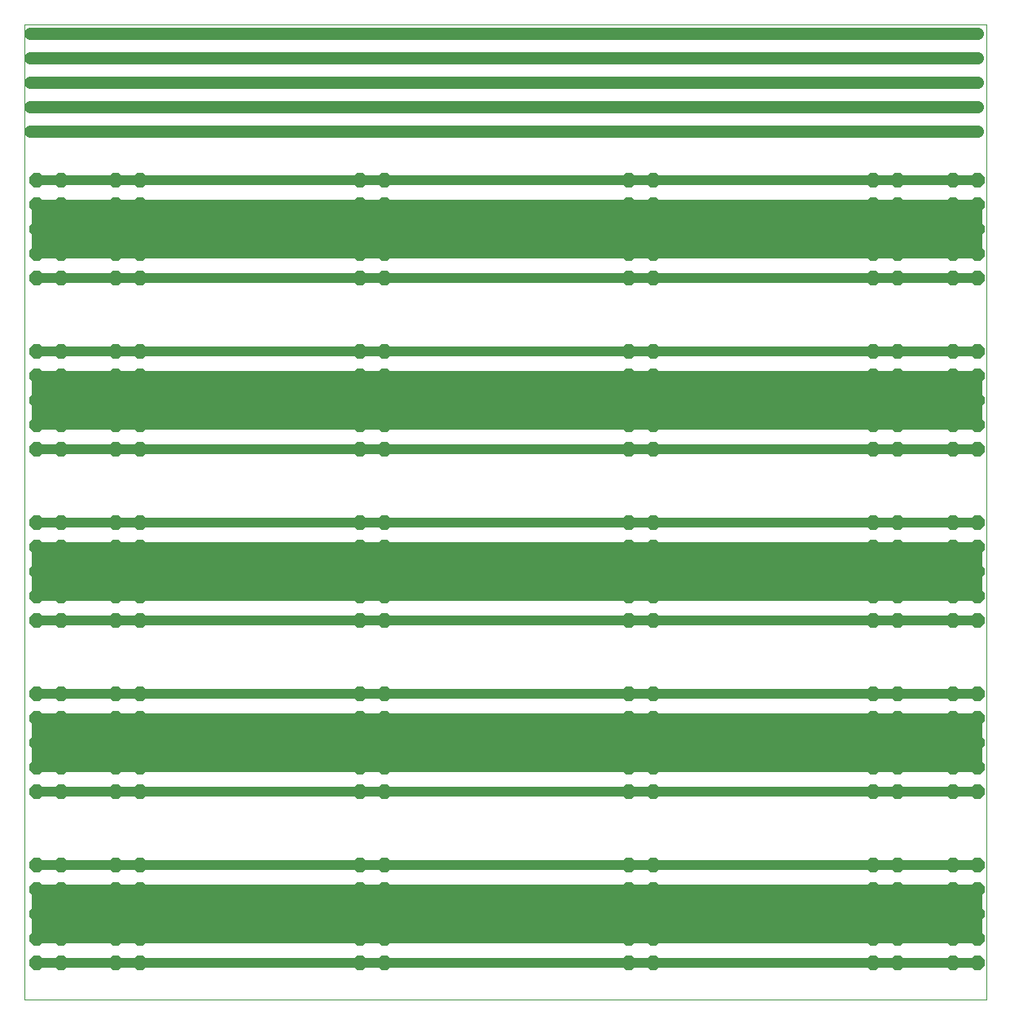
<source format=gtl>
G75*
%MOIN*%
%OFA0B0*%
%FSLAX24Y24*%
%IPPOS*%
%LPD*%
%AMOC8*
5,1,8,0,0,1.08239X$1,22.5*
%
%ADD10C,0.0000*%
%ADD11R,3.8500X0.2000*%
%ADD12OC8,0.0600*%
%ADD13C,0.0400*%
%ADD14C,0.0500*%
D10*
X001680Y004930D02*
X001680Y044800D01*
X041050Y044800D01*
X041050Y004930D01*
X001680Y004930D01*
X010145Y008430D02*
X010147Y008485D01*
X010153Y008540D01*
X010163Y008595D01*
X010176Y008649D01*
X010193Y008701D01*
X010214Y008753D01*
X010239Y008802D01*
X010267Y008850D01*
X010298Y008896D01*
X010333Y008939D01*
X010370Y008980D01*
X010410Y009018D01*
X010453Y009053D01*
X010498Y009086D01*
X010546Y009114D01*
X010595Y009140D01*
X010646Y009162D01*
X010698Y009180D01*
X010751Y009194D01*
X010806Y009205D01*
X010861Y009212D01*
X010916Y009215D01*
X010972Y009214D01*
X011027Y009209D01*
X011081Y009200D01*
X011135Y009188D01*
X011188Y009171D01*
X011240Y009151D01*
X011290Y009128D01*
X011338Y009100D01*
X011385Y009070D01*
X011429Y009036D01*
X011470Y009000D01*
X011509Y008960D01*
X011545Y008918D01*
X011578Y008873D01*
X011608Y008826D01*
X011634Y008778D01*
X011657Y008727D01*
X011676Y008675D01*
X011691Y008622D01*
X011703Y008568D01*
X011711Y008513D01*
X011715Y008458D01*
X011715Y008402D01*
X011711Y008347D01*
X011703Y008292D01*
X011691Y008238D01*
X011676Y008185D01*
X011657Y008133D01*
X011634Y008082D01*
X011608Y008034D01*
X011578Y007987D01*
X011545Y007942D01*
X011509Y007900D01*
X011470Y007860D01*
X011429Y007824D01*
X011385Y007790D01*
X011338Y007760D01*
X011290Y007732D01*
X011240Y007709D01*
X011188Y007689D01*
X011135Y007672D01*
X011081Y007660D01*
X011027Y007651D01*
X010972Y007646D01*
X010916Y007645D01*
X010861Y007648D01*
X010806Y007655D01*
X010751Y007666D01*
X010698Y007680D01*
X010646Y007698D01*
X010595Y007720D01*
X010546Y007746D01*
X010498Y007774D01*
X010453Y007807D01*
X010410Y007842D01*
X010370Y007880D01*
X010333Y007921D01*
X010298Y007964D01*
X010267Y008010D01*
X010239Y008058D01*
X010214Y008107D01*
X010193Y008159D01*
X010176Y008211D01*
X010163Y008265D01*
X010153Y008320D01*
X010147Y008375D01*
X010145Y008430D01*
X010145Y015430D02*
X010147Y015485D01*
X010153Y015540D01*
X010163Y015595D01*
X010176Y015649D01*
X010193Y015701D01*
X010214Y015753D01*
X010239Y015802D01*
X010267Y015850D01*
X010298Y015896D01*
X010333Y015939D01*
X010370Y015980D01*
X010410Y016018D01*
X010453Y016053D01*
X010498Y016086D01*
X010546Y016114D01*
X010595Y016140D01*
X010646Y016162D01*
X010698Y016180D01*
X010751Y016194D01*
X010806Y016205D01*
X010861Y016212D01*
X010916Y016215D01*
X010972Y016214D01*
X011027Y016209D01*
X011081Y016200D01*
X011135Y016188D01*
X011188Y016171D01*
X011240Y016151D01*
X011290Y016128D01*
X011338Y016100D01*
X011385Y016070D01*
X011429Y016036D01*
X011470Y016000D01*
X011509Y015960D01*
X011545Y015918D01*
X011578Y015873D01*
X011608Y015826D01*
X011634Y015778D01*
X011657Y015727D01*
X011676Y015675D01*
X011691Y015622D01*
X011703Y015568D01*
X011711Y015513D01*
X011715Y015458D01*
X011715Y015402D01*
X011711Y015347D01*
X011703Y015292D01*
X011691Y015238D01*
X011676Y015185D01*
X011657Y015133D01*
X011634Y015082D01*
X011608Y015034D01*
X011578Y014987D01*
X011545Y014942D01*
X011509Y014900D01*
X011470Y014860D01*
X011429Y014824D01*
X011385Y014790D01*
X011338Y014760D01*
X011290Y014732D01*
X011240Y014709D01*
X011188Y014689D01*
X011135Y014672D01*
X011081Y014660D01*
X011027Y014651D01*
X010972Y014646D01*
X010916Y014645D01*
X010861Y014648D01*
X010806Y014655D01*
X010751Y014666D01*
X010698Y014680D01*
X010646Y014698D01*
X010595Y014720D01*
X010546Y014746D01*
X010498Y014774D01*
X010453Y014807D01*
X010410Y014842D01*
X010370Y014880D01*
X010333Y014921D01*
X010298Y014964D01*
X010267Y015010D01*
X010239Y015058D01*
X010214Y015107D01*
X010193Y015159D01*
X010176Y015211D01*
X010163Y015265D01*
X010153Y015320D01*
X010147Y015375D01*
X010145Y015430D01*
X010145Y022430D02*
X010147Y022485D01*
X010153Y022540D01*
X010163Y022595D01*
X010176Y022649D01*
X010193Y022701D01*
X010214Y022753D01*
X010239Y022802D01*
X010267Y022850D01*
X010298Y022896D01*
X010333Y022939D01*
X010370Y022980D01*
X010410Y023018D01*
X010453Y023053D01*
X010498Y023086D01*
X010546Y023114D01*
X010595Y023140D01*
X010646Y023162D01*
X010698Y023180D01*
X010751Y023194D01*
X010806Y023205D01*
X010861Y023212D01*
X010916Y023215D01*
X010972Y023214D01*
X011027Y023209D01*
X011081Y023200D01*
X011135Y023188D01*
X011188Y023171D01*
X011240Y023151D01*
X011290Y023128D01*
X011338Y023100D01*
X011385Y023070D01*
X011429Y023036D01*
X011470Y023000D01*
X011509Y022960D01*
X011545Y022918D01*
X011578Y022873D01*
X011608Y022826D01*
X011634Y022778D01*
X011657Y022727D01*
X011676Y022675D01*
X011691Y022622D01*
X011703Y022568D01*
X011711Y022513D01*
X011715Y022458D01*
X011715Y022402D01*
X011711Y022347D01*
X011703Y022292D01*
X011691Y022238D01*
X011676Y022185D01*
X011657Y022133D01*
X011634Y022082D01*
X011608Y022034D01*
X011578Y021987D01*
X011545Y021942D01*
X011509Y021900D01*
X011470Y021860D01*
X011429Y021824D01*
X011385Y021790D01*
X011338Y021760D01*
X011290Y021732D01*
X011240Y021709D01*
X011188Y021689D01*
X011135Y021672D01*
X011081Y021660D01*
X011027Y021651D01*
X010972Y021646D01*
X010916Y021645D01*
X010861Y021648D01*
X010806Y021655D01*
X010751Y021666D01*
X010698Y021680D01*
X010646Y021698D01*
X010595Y021720D01*
X010546Y021746D01*
X010498Y021774D01*
X010453Y021807D01*
X010410Y021842D01*
X010370Y021880D01*
X010333Y021921D01*
X010298Y021964D01*
X010267Y022010D01*
X010239Y022058D01*
X010214Y022107D01*
X010193Y022159D01*
X010176Y022211D01*
X010163Y022265D01*
X010153Y022320D01*
X010147Y022375D01*
X010145Y022430D01*
X010145Y029430D02*
X010147Y029485D01*
X010153Y029540D01*
X010163Y029595D01*
X010176Y029649D01*
X010193Y029701D01*
X010214Y029753D01*
X010239Y029802D01*
X010267Y029850D01*
X010298Y029896D01*
X010333Y029939D01*
X010370Y029980D01*
X010410Y030018D01*
X010453Y030053D01*
X010498Y030086D01*
X010546Y030114D01*
X010595Y030140D01*
X010646Y030162D01*
X010698Y030180D01*
X010751Y030194D01*
X010806Y030205D01*
X010861Y030212D01*
X010916Y030215D01*
X010972Y030214D01*
X011027Y030209D01*
X011081Y030200D01*
X011135Y030188D01*
X011188Y030171D01*
X011240Y030151D01*
X011290Y030128D01*
X011338Y030100D01*
X011385Y030070D01*
X011429Y030036D01*
X011470Y030000D01*
X011509Y029960D01*
X011545Y029918D01*
X011578Y029873D01*
X011608Y029826D01*
X011634Y029778D01*
X011657Y029727D01*
X011676Y029675D01*
X011691Y029622D01*
X011703Y029568D01*
X011711Y029513D01*
X011715Y029458D01*
X011715Y029402D01*
X011711Y029347D01*
X011703Y029292D01*
X011691Y029238D01*
X011676Y029185D01*
X011657Y029133D01*
X011634Y029082D01*
X011608Y029034D01*
X011578Y028987D01*
X011545Y028942D01*
X011509Y028900D01*
X011470Y028860D01*
X011429Y028824D01*
X011385Y028790D01*
X011338Y028760D01*
X011290Y028732D01*
X011240Y028709D01*
X011188Y028689D01*
X011135Y028672D01*
X011081Y028660D01*
X011027Y028651D01*
X010972Y028646D01*
X010916Y028645D01*
X010861Y028648D01*
X010806Y028655D01*
X010751Y028666D01*
X010698Y028680D01*
X010646Y028698D01*
X010595Y028720D01*
X010546Y028746D01*
X010498Y028774D01*
X010453Y028807D01*
X010410Y028842D01*
X010370Y028880D01*
X010333Y028921D01*
X010298Y028964D01*
X010267Y029010D01*
X010239Y029058D01*
X010214Y029107D01*
X010193Y029159D01*
X010176Y029211D01*
X010163Y029265D01*
X010153Y029320D01*
X010147Y029375D01*
X010145Y029430D01*
X010145Y036430D02*
X010147Y036485D01*
X010153Y036540D01*
X010163Y036595D01*
X010176Y036649D01*
X010193Y036701D01*
X010214Y036753D01*
X010239Y036802D01*
X010267Y036850D01*
X010298Y036896D01*
X010333Y036939D01*
X010370Y036980D01*
X010410Y037018D01*
X010453Y037053D01*
X010498Y037086D01*
X010546Y037114D01*
X010595Y037140D01*
X010646Y037162D01*
X010698Y037180D01*
X010751Y037194D01*
X010806Y037205D01*
X010861Y037212D01*
X010916Y037215D01*
X010972Y037214D01*
X011027Y037209D01*
X011081Y037200D01*
X011135Y037188D01*
X011188Y037171D01*
X011240Y037151D01*
X011290Y037128D01*
X011338Y037100D01*
X011385Y037070D01*
X011429Y037036D01*
X011470Y037000D01*
X011509Y036960D01*
X011545Y036918D01*
X011578Y036873D01*
X011608Y036826D01*
X011634Y036778D01*
X011657Y036727D01*
X011676Y036675D01*
X011691Y036622D01*
X011703Y036568D01*
X011711Y036513D01*
X011715Y036458D01*
X011715Y036402D01*
X011711Y036347D01*
X011703Y036292D01*
X011691Y036238D01*
X011676Y036185D01*
X011657Y036133D01*
X011634Y036082D01*
X011608Y036034D01*
X011578Y035987D01*
X011545Y035942D01*
X011509Y035900D01*
X011470Y035860D01*
X011429Y035824D01*
X011385Y035790D01*
X011338Y035760D01*
X011290Y035732D01*
X011240Y035709D01*
X011188Y035689D01*
X011135Y035672D01*
X011081Y035660D01*
X011027Y035651D01*
X010972Y035646D01*
X010916Y035645D01*
X010861Y035648D01*
X010806Y035655D01*
X010751Y035666D01*
X010698Y035680D01*
X010646Y035698D01*
X010595Y035720D01*
X010546Y035746D01*
X010498Y035774D01*
X010453Y035807D01*
X010410Y035842D01*
X010370Y035880D01*
X010333Y035921D01*
X010298Y035964D01*
X010267Y036010D01*
X010239Y036058D01*
X010214Y036107D01*
X010193Y036159D01*
X010176Y036211D01*
X010163Y036265D01*
X010153Y036320D01*
X010147Y036375D01*
X010145Y036430D01*
X020645Y036430D02*
X020647Y036485D01*
X020653Y036540D01*
X020663Y036595D01*
X020676Y036649D01*
X020693Y036701D01*
X020714Y036753D01*
X020739Y036802D01*
X020767Y036850D01*
X020798Y036896D01*
X020833Y036939D01*
X020870Y036980D01*
X020910Y037018D01*
X020953Y037053D01*
X020998Y037086D01*
X021046Y037114D01*
X021095Y037140D01*
X021146Y037162D01*
X021198Y037180D01*
X021251Y037194D01*
X021306Y037205D01*
X021361Y037212D01*
X021416Y037215D01*
X021472Y037214D01*
X021527Y037209D01*
X021581Y037200D01*
X021635Y037188D01*
X021688Y037171D01*
X021740Y037151D01*
X021790Y037128D01*
X021838Y037100D01*
X021885Y037070D01*
X021929Y037036D01*
X021970Y037000D01*
X022009Y036960D01*
X022045Y036918D01*
X022078Y036873D01*
X022108Y036826D01*
X022134Y036778D01*
X022157Y036727D01*
X022176Y036675D01*
X022191Y036622D01*
X022203Y036568D01*
X022211Y036513D01*
X022215Y036458D01*
X022215Y036402D01*
X022211Y036347D01*
X022203Y036292D01*
X022191Y036238D01*
X022176Y036185D01*
X022157Y036133D01*
X022134Y036082D01*
X022108Y036034D01*
X022078Y035987D01*
X022045Y035942D01*
X022009Y035900D01*
X021970Y035860D01*
X021929Y035824D01*
X021885Y035790D01*
X021838Y035760D01*
X021790Y035732D01*
X021740Y035709D01*
X021688Y035689D01*
X021635Y035672D01*
X021581Y035660D01*
X021527Y035651D01*
X021472Y035646D01*
X021416Y035645D01*
X021361Y035648D01*
X021306Y035655D01*
X021251Y035666D01*
X021198Y035680D01*
X021146Y035698D01*
X021095Y035720D01*
X021046Y035746D01*
X020998Y035774D01*
X020953Y035807D01*
X020910Y035842D01*
X020870Y035880D01*
X020833Y035921D01*
X020798Y035964D01*
X020767Y036010D01*
X020739Y036058D01*
X020714Y036107D01*
X020693Y036159D01*
X020676Y036211D01*
X020663Y036265D01*
X020653Y036320D01*
X020647Y036375D01*
X020645Y036430D01*
X020645Y029430D02*
X020647Y029485D01*
X020653Y029540D01*
X020663Y029595D01*
X020676Y029649D01*
X020693Y029701D01*
X020714Y029753D01*
X020739Y029802D01*
X020767Y029850D01*
X020798Y029896D01*
X020833Y029939D01*
X020870Y029980D01*
X020910Y030018D01*
X020953Y030053D01*
X020998Y030086D01*
X021046Y030114D01*
X021095Y030140D01*
X021146Y030162D01*
X021198Y030180D01*
X021251Y030194D01*
X021306Y030205D01*
X021361Y030212D01*
X021416Y030215D01*
X021472Y030214D01*
X021527Y030209D01*
X021581Y030200D01*
X021635Y030188D01*
X021688Y030171D01*
X021740Y030151D01*
X021790Y030128D01*
X021838Y030100D01*
X021885Y030070D01*
X021929Y030036D01*
X021970Y030000D01*
X022009Y029960D01*
X022045Y029918D01*
X022078Y029873D01*
X022108Y029826D01*
X022134Y029778D01*
X022157Y029727D01*
X022176Y029675D01*
X022191Y029622D01*
X022203Y029568D01*
X022211Y029513D01*
X022215Y029458D01*
X022215Y029402D01*
X022211Y029347D01*
X022203Y029292D01*
X022191Y029238D01*
X022176Y029185D01*
X022157Y029133D01*
X022134Y029082D01*
X022108Y029034D01*
X022078Y028987D01*
X022045Y028942D01*
X022009Y028900D01*
X021970Y028860D01*
X021929Y028824D01*
X021885Y028790D01*
X021838Y028760D01*
X021790Y028732D01*
X021740Y028709D01*
X021688Y028689D01*
X021635Y028672D01*
X021581Y028660D01*
X021527Y028651D01*
X021472Y028646D01*
X021416Y028645D01*
X021361Y028648D01*
X021306Y028655D01*
X021251Y028666D01*
X021198Y028680D01*
X021146Y028698D01*
X021095Y028720D01*
X021046Y028746D01*
X020998Y028774D01*
X020953Y028807D01*
X020910Y028842D01*
X020870Y028880D01*
X020833Y028921D01*
X020798Y028964D01*
X020767Y029010D01*
X020739Y029058D01*
X020714Y029107D01*
X020693Y029159D01*
X020676Y029211D01*
X020663Y029265D01*
X020653Y029320D01*
X020647Y029375D01*
X020645Y029430D01*
X020645Y022430D02*
X020647Y022485D01*
X020653Y022540D01*
X020663Y022595D01*
X020676Y022649D01*
X020693Y022701D01*
X020714Y022753D01*
X020739Y022802D01*
X020767Y022850D01*
X020798Y022896D01*
X020833Y022939D01*
X020870Y022980D01*
X020910Y023018D01*
X020953Y023053D01*
X020998Y023086D01*
X021046Y023114D01*
X021095Y023140D01*
X021146Y023162D01*
X021198Y023180D01*
X021251Y023194D01*
X021306Y023205D01*
X021361Y023212D01*
X021416Y023215D01*
X021472Y023214D01*
X021527Y023209D01*
X021581Y023200D01*
X021635Y023188D01*
X021688Y023171D01*
X021740Y023151D01*
X021790Y023128D01*
X021838Y023100D01*
X021885Y023070D01*
X021929Y023036D01*
X021970Y023000D01*
X022009Y022960D01*
X022045Y022918D01*
X022078Y022873D01*
X022108Y022826D01*
X022134Y022778D01*
X022157Y022727D01*
X022176Y022675D01*
X022191Y022622D01*
X022203Y022568D01*
X022211Y022513D01*
X022215Y022458D01*
X022215Y022402D01*
X022211Y022347D01*
X022203Y022292D01*
X022191Y022238D01*
X022176Y022185D01*
X022157Y022133D01*
X022134Y022082D01*
X022108Y022034D01*
X022078Y021987D01*
X022045Y021942D01*
X022009Y021900D01*
X021970Y021860D01*
X021929Y021824D01*
X021885Y021790D01*
X021838Y021760D01*
X021790Y021732D01*
X021740Y021709D01*
X021688Y021689D01*
X021635Y021672D01*
X021581Y021660D01*
X021527Y021651D01*
X021472Y021646D01*
X021416Y021645D01*
X021361Y021648D01*
X021306Y021655D01*
X021251Y021666D01*
X021198Y021680D01*
X021146Y021698D01*
X021095Y021720D01*
X021046Y021746D01*
X020998Y021774D01*
X020953Y021807D01*
X020910Y021842D01*
X020870Y021880D01*
X020833Y021921D01*
X020798Y021964D01*
X020767Y022010D01*
X020739Y022058D01*
X020714Y022107D01*
X020693Y022159D01*
X020676Y022211D01*
X020663Y022265D01*
X020653Y022320D01*
X020647Y022375D01*
X020645Y022430D01*
X020645Y015430D02*
X020647Y015485D01*
X020653Y015540D01*
X020663Y015595D01*
X020676Y015649D01*
X020693Y015701D01*
X020714Y015753D01*
X020739Y015802D01*
X020767Y015850D01*
X020798Y015896D01*
X020833Y015939D01*
X020870Y015980D01*
X020910Y016018D01*
X020953Y016053D01*
X020998Y016086D01*
X021046Y016114D01*
X021095Y016140D01*
X021146Y016162D01*
X021198Y016180D01*
X021251Y016194D01*
X021306Y016205D01*
X021361Y016212D01*
X021416Y016215D01*
X021472Y016214D01*
X021527Y016209D01*
X021581Y016200D01*
X021635Y016188D01*
X021688Y016171D01*
X021740Y016151D01*
X021790Y016128D01*
X021838Y016100D01*
X021885Y016070D01*
X021929Y016036D01*
X021970Y016000D01*
X022009Y015960D01*
X022045Y015918D01*
X022078Y015873D01*
X022108Y015826D01*
X022134Y015778D01*
X022157Y015727D01*
X022176Y015675D01*
X022191Y015622D01*
X022203Y015568D01*
X022211Y015513D01*
X022215Y015458D01*
X022215Y015402D01*
X022211Y015347D01*
X022203Y015292D01*
X022191Y015238D01*
X022176Y015185D01*
X022157Y015133D01*
X022134Y015082D01*
X022108Y015034D01*
X022078Y014987D01*
X022045Y014942D01*
X022009Y014900D01*
X021970Y014860D01*
X021929Y014824D01*
X021885Y014790D01*
X021838Y014760D01*
X021790Y014732D01*
X021740Y014709D01*
X021688Y014689D01*
X021635Y014672D01*
X021581Y014660D01*
X021527Y014651D01*
X021472Y014646D01*
X021416Y014645D01*
X021361Y014648D01*
X021306Y014655D01*
X021251Y014666D01*
X021198Y014680D01*
X021146Y014698D01*
X021095Y014720D01*
X021046Y014746D01*
X020998Y014774D01*
X020953Y014807D01*
X020910Y014842D01*
X020870Y014880D01*
X020833Y014921D01*
X020798Y014964D01*
X020767Y015010D01*
X020739Y015058D01*
X020714Y015107D01*
X020693Y015159D01*
X020676Y015211D01*
X020663Y015265D01*
X020653Y015320D01*
X020647Y015375D01*
X020645Y015430D01*
X020645Y008430D02*
X020647Y008485D01*
X020653Y008540D01*
X020663Y008595D01*
X020676Y008649D01*
X020693Y008701D01*
X020714Y008753D01*
X020739Y008802D01*
X020767Y008850D01*
X020798Y008896D01*
X020833Y008939D01*
X020870Y008980D01*
X020910Y009018D01*
X020953Y009053D01*
X020998Y009086D01*
X021046Y009114D01*
X021095Y009140D01*
X021146Y009162D01*
X021198Y009180D01*
X021251Y009194D01*
X021306Y009205D01*
X021361Y009212D01*
X021416Y009215D01*
X021472Y009214D01*
X021527Y009209D01*
X021581Y009200D01*
X021635Y009188D01*
X021688Y009171D01*
X021740Y009151D01*
X021790Y009128D01*
X021838Y009100D01*
X021885Y009070D01*
X021929Y009036D01*
X021970Y009000D01*
X022009Y008960D01*
X022045Y008918D01*
X022078Y008873D01*
X022108Y008826D01*
X022134Y008778D01*
X022157Y008727D01*
X022176Y008675D01*
X022191Y008622D01*
X022203Y008568D01*
X022211Y008513D01*
X022215Y008458D01*
X022215Y008402D01*
X022211Y008347D01*
X022203Y008292D01*
X022191Y008238D01*
X022176Y008185D01*
X022157Y008133D01*
X022134Y008082D01*
X022108Y008034D01*
X022078Y007987D01*
X022045Y007942D01*
X022009Y007900D01*
X021970Y007860D01*
X021929Y007824D01*
X021885Y007790D01*
X021838Y007760D01*
X021790Y007732D01*
X021740Y007709D01*
X021688Y007689D01*
X021635Y007672D01*
X021581Y007660D01*
X021527Y007651D01*
X021472Y007646D01*
X021416Y007645D01*
X021361Y007648D01*
X021306Y007655D01*
X021251Y007666D01*
X021198Y007680D01*
X021146Y007698D01*
X021095Y007720D01*
X021046Y007746D01*
X020998Y007774D01*
X020953Y007807D01*
X020910Y007842D01*
X020870Y007880D01*
X020833Y007921D01*
X020798Y007964D01*
X020767Y008010D01*
X020739Y008058D01*
X020714Y008107D01*
X020693Y008159D01*
X020676Y008211D01*
X020663Y008265D01*
X020653Y008320D01*
X020647Y008375D01*
X020645Y008430D01*
X031145Y008430D02*
X031147Y008485D01*
X031153Y008540D01*
X031163Y008595D01*
X031176Y008649D01*
X031193Y008701D01*
X031214Y008753D01*
X031239Y008802D01*
X031267Y008850D01*
X031298Y008896D01*
X031333Y008939D01*
X031370Y008980D01*
X031410Y009018D01*
X031453Y009053D01*
X031498Y009086D01*
X031546Y009114D01*
X031595Y009140D01*
X031646Y009162D01*
X031698Y009180D01*
X031751Y009194D01*
X031806Y009205D01*
X031861Y009212D01*
X031916Y009215D01*
X031972Y009214D01*
X032027Y009209D01*
X032081Y009200D01*
X032135Y009188D01*
X032188Y009171D01*
X032240Y009151D01*
X032290Y009128D01*
X032338Y009100D01*
X032385Y009070D01*
X032429Y009036D01*
X032470Y009000D01*
X032509Y008960D01*
X032545Y008918D01*
X032578Y008873D01*
X032608Y008826D01*
X032634Y008778D01*
X032657Y008727D01*
X032676Y008675D01*
X032691Y008622D01*
X032703Y008568D01*
X032711Y008513D01*
X032715Y008458D01*
X032715Y008402D01*
X032711Y008347D01*
X032703Y008292D01*
X032691Y008238D01*
X032676Y008185D01*
X032657Y008133D01*
X032634Y008082D01*
X032608Y008034D01*
X032578Y007987D01*
X032545Y007942D01*
X032509Y007900D01*
X032470Y007860D01*
X032429Y007824D01*
X032385Y007790D01*
X032338Y007760D01*
X032290Y007732D01*
X032240Y007709D01*
X032188Y007689D01*
X032135Y007672D01*
X032081Y007660D01*
X032027Y007651D01*
X031972Y007646D01*
X031916Y007645D01*
X031861Y007648D01*
X031806Y007655D01*
X031751Y007666D01*
X031698Y007680D01*
X031646Y007698D01*
X031595Y007720D01*
X031546Y007746D01*
X031498Y007774D01*
X031453Y007807D01*
X031410Y007842D01*
X031370Y007880D01*
X031333Y007921D01*
X031298Y007964D01*
X031267Y008010D01*
X031239Y008058D01*
X031214Y008107D01*
X031193Y008159D01*
X031176Y008211D01*
X031163Y008265D01*
X031153Y008320D01*
X031147Y008375D01*
X031145Y008430D01*
X031145Y015430D02*
X031147Y015485D01*
X031153Y015540D01*
X031163Y015595D01*
X031176Y015649D01*
X031193Y015701D01*
X031214Y015753D01*
X031239Y015802D01*
X031267Y015850D01*
X031298Y015896D01*
X031333Y015939D01*
X031370Y015980D01*
X031410Y016018D01*
X031453Y016053D01*
X031498Y016086D01*
X031546Y016114D01*
X031595Y016140D01*
X031646Y016162D01*
X031698Y016180D01*
X031751Y016194D01*
X031806Y016205D01*
X031861Y016212D01*
X031916Y016215D01*
X031972Y016214D01*
X032027Y016209D01*
X032081Y016200D01*
X032135Y016188D01*
X032188Y016171D01*
X032240Y016151D01*
X032290Y016128D01*
X032338Y016100D01*
X032385Y016070D01*
X032429Y016036D01*
X032470Y016000D01*
X032509Y015960D01*
X032545Y015918D01*
X032578Y015873D01*
X032608Y015826D01*
X032634Y015778D01*
X032657Y015727D01*
X032676Y015675D01*
X032691Y015622D01*
X032703Y015568D01*
X032711Y015513D01*
X032715Y015458D01*
X032715Y015402D01*
X032711Y015347D01*
X032703Y015292D01*
X032691Y015238D01*
X032676Y015185D01*
X032657Y015133D01*
X032634Y015082D01*
X032608Y015034D01*
X032578Y014987D01*
X032545Y014942D01*
X032509Y014900D01*
X032470Y014860D01*
X032429Y014824D01*
X032385Y014790D01*
X032338Y014760D01*
X032290Y014732D01*
X032240Y014709D01*
X032188Y014689D01*
X032135Y014672D01*
X032081Y014660D01*
X032027Y014651D01*
X031972Y014646D01*
X031916Y014645D01*
X031861Y014648D01*
X031806Y014655D01*
X031751Y014666D01*
X031698Y014680D01*
X031646Y014698D01*
X031595Y014720D01*
X031546Y014746D01*
X031498Y014774D01*
X031453Y014807D01*
X031410Y014842D01*
X031370Y014880D01*
X031333Y014921D01*
X031298Y014964D01*
X031267Y015010D01*
X031239Y015058D01*
X031214Y015107D01*
X031193Y015159D01*
X031176Y015211D01*
X031163Y015265D01*
X031153Y015320D01*
X031147Y015375D01*
X031145Y015430D01*
X031145Y022430D02*
X031147Y022485D01*
X031153Y022540D01*
X031163Y022595D01*
X031176Y022649D01*
X031193Y022701D01*
X031214Y022753D01*
X031239Y022802D01*
X031267Y022850D01*
X031298Y022896D01*
X031333Y022939D01*
X031370Y022980D01*
X031410Y023018D01*
X031453Y023053D01*
X031498Y023086D01*
X031546Y023114D01*
X031595Y023140D01*
X031646Y023162D01*
X031698Y023180D01*
X031751Y023194D01*
X031806Y023205D01*
X031861Y023212D01*
X031916Y023215D01*
X031972Y023214D01*
X032027Y023209D01*
X032081Y023200D01*
X032135Y023188D01*
X032188Y023171D01*
X032240Y023151D01*
X032290Y023128D01*
X032338Y023100D01*
X032385Y023070D01*
X032429Y023036D01*
X032470Y023000D01*
X032509Y022960D01*
X032545Y022918D01*
X032578Y022873D01*
X032608Y022826D01*
X032634Y022778D01*
X032657Y022727D01*
X032676Y022675D01*
X032691Y022622D01*
X032703Y022568D01*
X032711Y022513D01*
X032715Y022458D01*
X032715Y022402D01*
X032711Y022347D01*
X032703Y022292D01*
X032691Y022238D01*
X032676Y022185D01*
X032657Y022133D01*
X032634Y022082D01*
X032608Y022034D01*
X032578Y021987D01*
X032545Y021942D01*
X032509Y021900D01*
X032470Y021860D01*
X032429Y021824D01*
X032385Y021790D01*
X032338Y021760D01*
X032290Y021732D01*
X032240Y021709D01*
X032188Y021689D01*
X032135Y021672D01*
X032081Y021660D01*
X032027Y021651D01*
X031972Y021646D01*
X031916Y021645D01*
X031861Y021648D01*
X031806Y021655D01*
X031751Y021666D01*
X031698Y021680D01*
X031646Y021698D01*
X031595Y021720D01*
X031546Y021746D01*
X031498Y021774D01*
X031453Y021807D01*
X031410Y021842D01*
X031370Y021880D01*
X031333Y021921D01*
X031298Y021964D01*
X031267Y022010D01*
X031239Y022058D01*
X031214Y022107D01*
X031193Y022159D01*
X031176Y022211D01*
X031163Y022265D01*
X031153Y022320D01*
X031147Y022375D01*
X031145Y022430D01*
X031145Y029430D02*
X031147Y029485D01*
X031153Y029540D01*
X031163Y029595D01*
X031176Y029649D01*
X031193Y029701D01*
X031214Y029753D01*
X031239Y029802D01*
X031267Y029850D01*
X031298Y029896D01*
X031333Y029939D01*
X031370Y029980D01*
X031410Y030018D01*
X031453Y030053D01*
X031498Y030086D01*
X031546Y030114D01*
X031595Y030140D01*
X031646Y030162D01*
X031698Y030180D01*
X031751Y030194D01*
X031806Y030205D01*
X031861Y030212D01*
X031916Y030215D01*
X031972Y030214D01*
X032027Y030209D01*
X032081Y030200D01*
X032135Y030188D01*
X032188Y030171D01*
X032240Y030151D01*
X032290Y030128D01*
X032338Y030100D01*
X032385Y030070D01*
X032429Y030036D01*
X032470Y030000D01*
X032509Y029960D01*
X032545Y029918D01*
X032578Y029873D01*
X032608Y029826D01*
X032634Y029778D01*
X032657Y029727D01*
X032676Y029675D01*
X032691Y029622D01*
X032703Y029568D01*
X032711Y029513D01*
X032715Y029458D01*
X032715Y029402D01*
X032711Y029347D01*
X032703Y029292D01*
X032691Y029238D01*
X032676Y029185D01*
X032657Y029133D01*
X032634Y029082D01*
X032608Y029034D01*
X032578Y028987D01*
X032545Y028942D01*
X032509Y028900D01*
X032470Y028860D01*
X032429Y028824D01*
X032385Y028790D01*
X032338Y028760D01*
X032290Y028732D01*
X032240Y028709D01*
X032188Y028689D01*
X032135Y028672D01*
X032081Y028660D01*
X032027Y028651D01*
X031972Y028646D01*
X031916Y028645D01*
X031861Y028648D01*
X031806Y028655D01*
X031751Y028666D01*
X031698Y028680D01*
X031646Y028698D01*
X031595Y028720D01*
X031546Y028746D01*
X031498Y028774D01*
X031453Y028807D01*
X031410Y028842D01*
X031370Y028880D01*
X031333Y028921D01*
X031298Y028964D01*
X031267Y029010D01*
X031239Y029058D01*
X031214Y029107D01*
X031193Y029159D01*
X031176Y029211D01*
X031163Y029265D01*
X031153Y029320D01*
X031147Y029375D01*
X031145Y029430D01*
X031145Y036430D02*
X031147Y036485D01*
X031153Y036540D01*
X031163Y036595D01*
X031176Y036649D01*
X031193Y036701D01*
X031214Y036753D01*
X031239Y036802D01*
X031267Y036850D01*
X031298Y036896D01*
X031333Y036939D01*
X031370Y036980D01*
X031410Y037018D01*
X031453Y037053D01*
X031498Y037086D01*
X031546Y037114D01*
X031595Y037140D01*
X031646Y037162D01*
X031698Y037180D01*
X031751Y037194D01*
X031806Y037205D01*
X031861Y037212D01*
X031916Y037215D01*
X031972Y037214D01*
X032027Y037209D01*
X032081Y037200D01*
X032135Y037188D01*
X032188Y037171D01*
X032240Y037151D01*
X032290Y037128D01*
X032338Y037100D01*
X032385Y037070D01*
X032429Y037036D01*
X032470Y037000D01*
X032509Y036960D01*
X032545Y036918D01*
X032578Y036873D01*
X032608Y036826D01*
X032634Y036778D01*
X032657Y036727D01*
X032676Y036675D01*
X032691Y036622D01*
X032703Y036568D01*
X032711Y036513D01*
X032715Y036458D01*
X032715Y036402D01*
X032711Y036347D01*
X032703Y036292D01*
X032691Y036238D01*
X032676Y036185D01*
X032657Y036133D01*
X032634Y036082D01*
X032608Y036034D01*
X032578Y035987D01*
X032545Y035942D01*
X032509Y035900D01*
X032470Y035860D01*
X032429Y035824D01*
X032385Y035790D01*
X032338Y035760D01*
X032290Y035732D01*
X032240Y035709D01*
X032188Y035689D01*
X032135Y035672D01*
X032081Y035660D01*
X032027Y035651D01*
X031972Y035646D01*
X031916Y035645D01*
X031861Y035648D01*
X031806Y035655D01*
X031751Y035666D01*
X031698Y035680D01*
X031646Y035698D01*
X031595Y035720D01*
X031546Y035746D01*
X031498Y035774D01*
X031453Y035807D01*
X031410Y035842D01*
X031370Y035880D01*
X031333Y035921D01*
X031298Y035964D01*
X031267Y036010D01*
X031239Y036058D01*
X031214Y036107D01*
X031193Y036159D01*
X031176Y036211D01*
X031163Y036265D01*
X031153Y036320D01*
X031147Y036375D01*
X031145Y036430D01*
D11*
X021430Y036430D03*
X021430Y029430D03*
X021430Y022430D03*
X021430Y015430D03*
X021430Y008430D03*
D12*
X016430Y008430D03*
X016430Y007430D03*
X016430Y006430D03*
X015430Y006430D03*
X015430Y007430D03*
X015430Y008430D03*
X015430Y009430D03*
X015430Y010430D03*
X016430Y010430D03*
X016430Y009430D03*
X016430Y013430D03*
X016430Y014430D03*
X016430Y015430D03*
X016430Y016430D03*
X016430Y017430D03*
X015430Y017430D03*
X015430Y016430D03*
X015430Y015430D03*
X015430Y014430D03*
X015430Y013430D03*
X015430Y020430D03*
X015430Y021430D03*
X015430Y022430D03*
X015430Y023430D03*
X015430Y024430D03*
X016430Y024430D03*
X016430Y023430D03*
X016430Y022430D03*
X016430Y021430D03*
X016430Y020430D03*
X016430Y027430D03*
X016430Y028430D03*
X016430Y029430D03*
X016430Y030430D03*
X016430Y031430D03*
X015430Y031430D03*
X015430Y030430D03*
X015430Y029430D03*
X015430Y028430D03*
X015430Y027430D03*
X015430Y034430D03*
X015430Y035430D03*
X015430Y036430D03*
X015430Y037430D03*
X015430Y038430D03*
X016430Y038430D03*
X016430Y037430D03*
X016430Y036430D03*
X016430Y035430D03*
X016430Y034430D03*
X006430Y034430D03*
X006430Y035430D03*
X006430Y036430D03*
X006430Y037430D03*
X006430Y038430D03*
X005430Y038430D03*
X005430Y037430D03*
X005430Y036430D03*
X005430Y035430D03*
X005430Y034430D03*
X003180Y034430D03*
X003180Y035430D03*
X003180Y036430D03*
X003180Y037430D03*
X003180Y038430D03*
X002180Y038430D03*
X002180Y037430D03*
X002180Y036430D03*
X002180Y035430D03*
X002180Y034430D03*
X002180Y031430D03*
X002180Y030430D03*
X002180Y029430D03*
X002180Y028430D03*
X002180Y027430D03*
X003180Y027430D03*
X003180Y028430D03*
X003180Y029430D03*
X003180Y030430D03*
X003180Y031430D03*
X005430Y031430D03*
X005430Y030430D03*
X005430Y029430D03*
X005430Y028430D03*
X005430Y027430D03*
X006430Y027430D03*
X006430Y028430D03*
X006430Y029430D03*
X006430Y030430D03*
X006430Y031430D03*
X006430Y024430D03*
X006430Y023430D03*
X006430Y022430D03*
X006430Y021430D03*
X006430Y020430D03*
X005430Y020430D03*
X005430Y021430D03*
X005430Y022430D03*
X005430Y023430D03*
X005430Y024430D03*
X003180Y024430D03*
X003180Y023430D03*
X003180Y022430D03*
X003180Y021430D03*
X003180Y020430D03*
X002180Y020430D03*
X002180Y021430D03*
X002180Y022430D03*
X002180Y023430D03*
X002180Y024430D03*
X002180Y017430D03*
X002180Y016430D03*
X002180Y015430D03*
X002180Y014430D03*
X002180Y013430D03*
X003180Y013430D03*
X003180Y014430D03*
X003180Y015430D03*
X003180Y016430D03*
X003180Y017430D03*
X005430Y017430D03*
X005430Y016430D03*
X005430Y015430D03*
X005430Y014430D03*
X005430Y013430D03*
X006430Y013430D03*
X006430Y014430D03*
X006430Y015430D03*
X006430Y016430D03*
X006430Y017430D03*
X006430Y010430D03*
X006430Y009430D03*
X006430Y008430D03*
X006430Y007430D03*
X006430Y006430D03*
X005430Y006430D03*
X005430Y007430D03*
X005430Y008430D03*
X005430Y009430D03*
X005430Y010430D03*
X003180Y010430D03*
X003180Y009430D03*
X003180Y008430D03*
X003180Y007430D03*
X003180Y006430D03*
X002180Y006430D03*
X002180Y007430D03*
X002180Y008430D03*
X002180Y009430D03*
X002180Y010430D03*
X026430Y010430D03*
X026430Y009430D03*
X026430Y008430D03*
X026430Y007430D03*
X026430Y006430D03*
X027430Y006430D03*
X027430Y007430D03*
X027430Y008430D03*
X027430Y009430D03*
X027430Y010430D03*
X027430Y013430D03*
X027430Y014430D03*
X027430Y015430D03*
X027430Y016430D03*
X027430Y017430D03*
X026430Y017430D03*
X026430Y016430D03*
X026430Y015430D03*
X026430Y014430D03*
X026430Y013430D03*
X026430Y020430D03*
X026430Y021430D03*
X026430Y022430D03*
X026430Y023430D03*
X026430Y024430D03*
X027430Y024430D03*
X027430Y023430D03*
X027430Y022430D03*
X027430Y021430D03*
X027430Y020430D03*
X027430Y027430D03*
X027430Y028430D03*
X027430Y029430D03*
X027430Y030430D03*
X027430Y031430D03*
X026430Y031430D03*
X026430Y030430D03*
X026430Y029430D03*
X026430Y028430D03*
X026430Y027430D03*
X026430Y034430D03*
X026430Y035430D03*
X026430Y036430D03*
X026430Y037430D03*
X026430Y038430D03*
X027430Y038430D03*
X027430Y037430D03*
X027430Y036430D03*
X027430Y035430D03*
X027430Y034430D03*
X036430Y034430D03*
X036430Y035430D03*
X036430Y036430D03*
X036430Y037430D03*
X036430Y038430D03*
X037430Y038430D03*
X037430Y037430D03*
X037430Y036430D03*
X037430Y035430D03*
X037430Y034430D03*
X039680Y034430D03*
X039680Y035430D03*
X039680Y036430D03*
X039680Y037430D03*
X039680Y038430D03*
X040680Y038430D03*
X040680Y037430D03*
X040680Y036430D03*
X040680Y035430D03*
X040680Y034430D03*
X040680Y031430D03*
X040680Y030430D03*
X040680Y029430D03*
X040680Y028430D03*
X040680Y027430D03*
X039680Y027430D03*
X039680Y028430D03*
X039680Y029430D03*
X039680Y030430D03*
X039680Y031430D03*
X037430Y031430D03*
X037430Y030430D03*
X037430Y029430D03*
X037430Y028430D03*
X037430Y027430D03*
X036430Y027430D03*
X036430Y028430D03*
X036430Y029430D03*
X036430Y030430D03*
X036430Y031430D03*
X036430Y024430D03*
X036430Y023430D03*
X036430Y022430D03*
X036430Y021430D03*
X036430Y020430D03*
X037430Y020430D03*
X037430Y021430D03*
X037430Y022430D03*
X037430Y023430D03*
X037430Y024430D03*
X039680Y024430D03*
X039680Y023430D03*
X039680Y022430D03*
X039680Y021430D03*
X039680Y020430D03*
X040680Y020430D03*
X040680Y021430D03*
X040680Y022430D03*
X040680Y023430D03*
X040680Y024430D03*
X040680Y017430D03*
X040680Y016430D03*
X040680Y015430D03*
X040680Y014430D03*
X040680Y013430D03*
X039680Y013430D03*
X039680Y014430D03*
X039680Y015430D03*
X039680Y016430D03*
X039680Y017430D03*
X037430Y017430D03*
X037430Y016430D03*
X037430Y015430D03*
X037430Y014430D03*
X037430Y013430D03*
X036430Y013430D03*
X036430Y014430D03*
X036430Y015430D03*
X036430Y016430D03*
X036430Y017430D03*
X036430Y010430D03*
X036430Y009430D03*
X036430Y008430D03*
X036430Y007430D03*
X036430Y006430D03*
X037430Y006430D03*
X037430Y007430D03*
X037430Y008430D03*
X037430Y009430D03*
X037430Y010430D03*
X039680Y010430D03*
X039680Y009430D03*
X039680Y008430D03*
X039680Y007430D03*
X039680Y006430D03*
X040680Y006430D03*
X040680Y007430D03*
X040680Y008430D03*
X040680Y009430D03*
X040680Y010430D03*
D13*
X002180Y010430D01*
X002180Y009430D02*
X002180Y008430D01*
X002180Y007430D01*
X003180Y007430D01*
X003180Y009430D01*
X005430Y009430D01*
X005430Y007430D01*
X003180Y007430D01*
X002180Y006430D02*
X040680Y006430D01*
X040680Y007430D02*
X039680Y007430D01*
X039680Y009430D01*
X040680Y009430D01*
X040680Y008430D01*
X040680Y007430D01*
X040680Y008430D02*
X002180Y008430D01*
X002180Y009430D02*
X003180Y009430D01*
X005430Y009430D02*
X006430Y009430D01*
X006430Y007430D01*
X005430Y007430D01*
X006430Y007430D02*
X015430Y007430D01*
X015430Y009430D01*
X016430Y009430D01*
X016430Y007430D01*
X015430Y007430D01*
X016430Y007430D02*
X026430Y007430D01*
X026430Y009430D01*
X027430Y009430D01*
X027430Y007430D01*
X026430Y007430D01*
X027430Y007430D02*
X036430Y007430D01*
X036430Y009430D01*
X037430Y009430D01*
X037430Y007430D01*
X036430Y007430D01*
X037430Y007430D02*
X039680Y007430D01*
X039680Y009430D02*
X037430Y009430D01*
X036430Y009430D02*
X027430Y009430D01*
X026430Y009430D02*
X016430Y009430D01*
X015430Y009430D02*
X006430Y009430D01*
X006430Y014430D02*
X005430Y014430D01*
X005430Y016430D01*
X006430Y016430D01*
X006430Y014430D01*
X015430Y014430D01*
X015430Y016430D01*
X016430Y016430D01*
X016430Y014430D01*
X015430Y014430D01*
X016430Y014430D02*
X026430Y014430D01*
X026430Y016430D01*
X027430Y016430D01*
X027430Y014430D01*
X026430Y014430D01*
X027430Y014430D02*
X036430Y014430D01*
X036430Y016430D01*
X037430Y016430D01*
X037430Y014430D01*
X036430Y014430D01*
X037430Y014430D02*
X039680Y014430D01*
X039680Y016430D01*
X040680Y016430D01*
X040680Y015430D01*
X040680Y014430D01*
X039680Y014430D01*
X040680Y013430D02*
X002180Y013430D01*
X002180Y014430D02*
X002180Y015430D01*
X002180Y016430D01*
X003180Y016430D01*
X003180Y014430D01*
X002180Y014430D01*
X002180Y015430D02*
X040680Y015430D01*
X039680Y016430D02*
X037430Y016430D01*
X036430Y016430D02*
X027430Y016430D01*
X026430Y016430D02*
X016430Y016430D01*
X015430Y016430D02*
X006430Y016430D01*
X005430Y016430D02*
X003180Y016430D01*
X002180Y017430D02*
X040680Y017430D01*
X040680Y020430D02*
X002180Y020430D01*
X002180Y021430D02*
X002180Y022430D01*
X002180Y023430D01*
X003180Y023430D01*
X003180Y021430D01*
X002180Y021430D01*
X002180Y022430D02*
X040680Y022430D01*
X040680Y023430D01*
X039680Y023430D01*
X039680Y021430D01*
X037430Y021430D01*
X037430Y023430D01*
X039680Y023430D01*
X040680Y022430D02*
X040680Y021430D01*
X039680Y021430D01*
X037430Y021430D02*
X036430Y021430D01*
X036430Y023430D01*
X037430Y023430D01*
X036430Y023430D02*
X027430Y023430D01*
X027430Y021430D01*
X026430Y021430D01*
X026430Y023430D01*
X027430Y023430D01*
X026430Y023430D02*
X016430Y023430D01*
X016430Y021430D01*
X015430Y021430D01*
X015430Y023430D01*
X016430Y023430D01*
X015430Y023430D02*
X006430Y023430D01*
X006430Y021430D01*
X005430Y021430D01*
X005430Y023430D01*
X006430Y023430D01*
X005430Y023430D02*
X003180Y023430D01*
X002180Y024430D02*
X040680Y024430D01*
X040680Y027430D02*
X002180Y027430D01*
X002180Y028430D02*
X002180Y029430D01*
X002180Y030430D01*
X003180Y030430D01*
X003180Y028430D01*
X002180Y028430D01*
X002180Y029430D02*
X040680Y029430D01*
X040680Y030430D01*
X039680Y030430D01*
X039680Y028430D01*
X037430Y028430D01*
X037430Y030430D01*
X039680Y030430D01*
X040680Y029430D02*
X040680Y028430D01*
X039680Y028430D01*
X037430Y028430D02*
X036430Y028430D01*
X036430Y030430D01*
X037430Y030430D01*
X036430Y030430D02*
X027430Y030430D01*
X027430Y028430D01*
X026430Y028430D01*
X026430Y030430D01*
X027430Y030430D01*
X026430Y030430D02*
X016430Y030430D01*
X016430Y028430D01*
X015430Y028430D01*
X015430Y030430D01*
X016430Y030430D01*
X015430Y030430D02*
X006430Y030430D01*
X006430Y028430D01*
X005430Y028430D01*
X005430Y030430D01*
X006430Y030430D01*
X005430Y030430D02*
X003180Y030430D01*
X002180Y031430D02*
X040680Y031430D01*
X040680Y034430D02*
X002180Y034430D01*
X002180Y035430D02*
X002180Y036430D01*
X002180Y037430D01*
X003180Y037430D01*
X003180Y035430D01*
X002180Y035430D01*
X002180Y036430D02*
X040680Y036430D01*
X040680Y037430D01*
X039680Y037430D01*
X039680Y035430D01*
X037430Y035430D01*
X037430Y037430D01*
X039680Y037430D01*
X040680Y036430D02*
X040680Y035430D01*
X039680Y035430D01*
X037430Y035430D02*
X036430Y035430D01*
X036430Y037430D01*
X037430Y037430D01*
X036430Y037430D02*
X027430Y037430D01*
X027430Y035430D01*
X026430Y035430D01*
X026430Y037430D01*
X027430Y037430D01*
X026430Y037430D02*
X016430Y037430D01*
X016430Y035430D01*
X015430Y035430D01*
X015430Y037430D01*
X016430Y037430D01*
X015430Y037430D02*
X006430Y037430D01*
X006430Y035430D01*
X005430Y035430D01*
X005430Y037430D01*
X006430Y037430D01*
X005430Y037430D02*
X003180Y037430D01*
X002180Y038430D02*
X040680Y038430D01*
X036430Y035430D02*
X027430Y035430D01*
X026430Y035430D02*
X016430Y035430D01*
X015430Y035430D02*
X006430Y035430D01*
X005430Y035430D02*
X003180Y035430D01*
X003180Y028430D02*
X005430Y028430D01*
X006430Y028430D02*
X015430Y028430D01*
X016430Y028430D02*
X026430Y028430D01*
X027430Y028430D02*
X036430Y028430D01*
X036430Y021430D02*
X027430Y021430D01*
X026430Y021430D02*
X016430Y021430D01*
X015430Y021430D02*
X006430Y021430D01*
X005430Y021430D02*
X003180Y021430D01*
X003180Y014430D02*
X005430Y014430D01*
D14*
X001930Y040430D02*
X040680Y040430D01*
X040680Y041430D02*
X001930Y041430D01*
X001930Y042430D02*
X040680Y042430D01*
X040680Y043430D02*
X001930Y043430D01*
X001930Y044430D02*
X040680Y044430D01*
M02*

</source>
